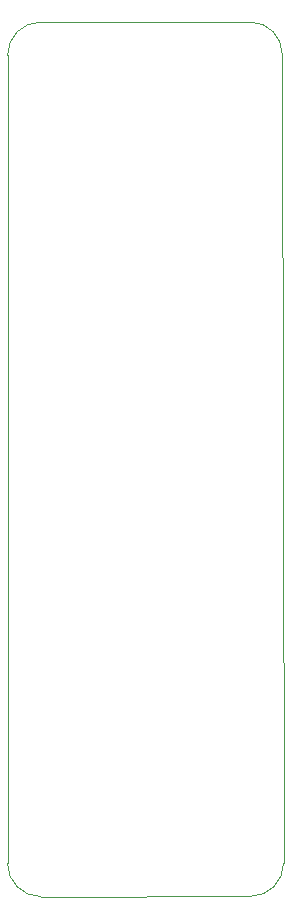
<source format=gbr>
%TF.GenerationSoftware,KiCad,Pcbnew,7.0.5-0*%
%TF.CreationDate,2023-11-18T10:12:58+00:00*%
%TF.ProjectId,Meadow Feather OLED,4d656164-6f77-4204-9665-617468657220,rev?*%
%TF.SameCoordinates,Original*%
%TF.FileFunction,Profile,NP*%
%FSLAX46Y46*%
G04 Gerber Fmt 4.6, Leading zero omitted, Abs format (unit mm)*
G04 Created by KiCad (PCBNEW 7.0.5-0) date 2023-11-18 10:12:58*
%MOMM*%
%LPD*%
G01*
G04 APERTURE LIST*
%TA.AperFunction,Profile*%
%ADD10C,0.100000*%
%TD*%
G04 APERTURE END LIST*
D10*
X67053116Y-116967000D02*
G75*
G03*
X69850000Y-119763884I2796884J0D01*
G01*
X69868051Y-45721210D02*
X87630000Y-45733104D01*
X67057210Y-48532051D02*
X67053116Y-116967000D01*
X90301996Y-48405049D02*
G75*
G03*
X87630000Y-45733104I-2671996J-51D01*
G01*
X90428522Y-116948949D02*
X90301996Y-48405049D01*
X87630000Y-119747472D02*
G75*
G03*
X90428522Y-116948949I0J2798522D01*
G01*
X69868051Y-45721210D02*
G75*
G03*
X67057210Y-48532051I-1J-2810840D01*
G01*
X69850000Y-119763884D02*
X87630000Y-119747472D01*
M02*

</source>
